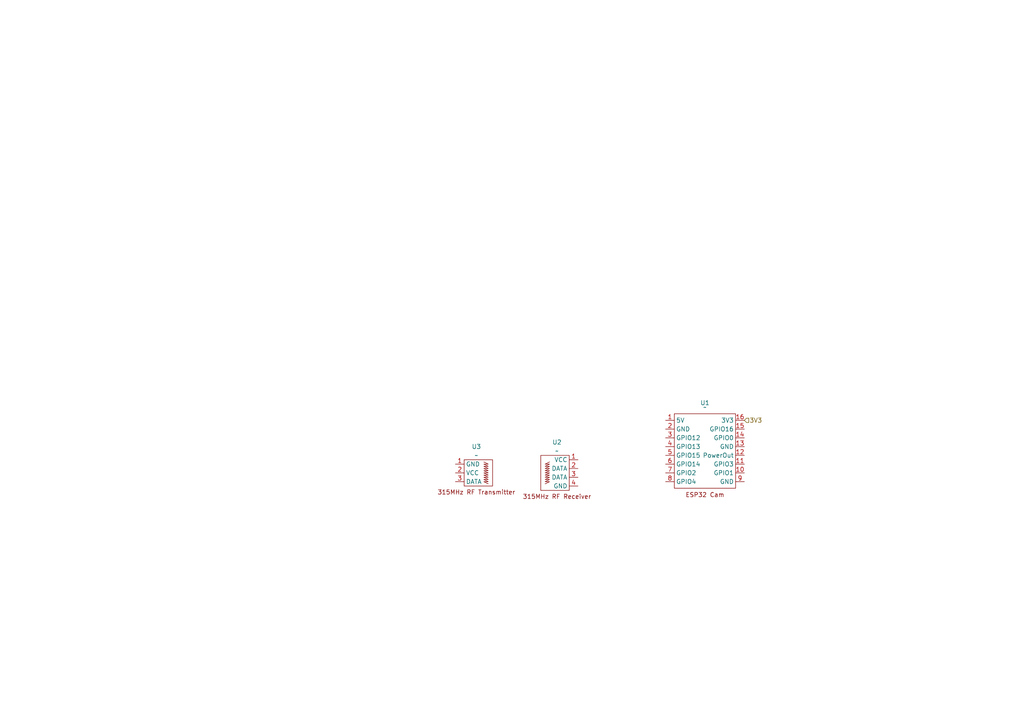
<source format=kicad_sch>
(kicad_sch (version 20231120) (generator "eeschema") (generator_version "8.0")
  (paper "A4")
  (lib_symbols
    (symbol "EEE4113F:315MHz-RF-Receiver"
      (property "Reference" "U" (at 0 6.096 0))
      (symbol "315MHz-RF-Receiver_0_1"
        (rectangle (start -4.445 5.08) (end 3.81 -5.08))
        (polyline (pts (xy -3.175 -3.175) (xy -1.905 -2.54) (xy -3.175 -2.54) (xy -1.905 -1.905) (xy -3.175 -1.905) (xy -1.905 -1.27) (xy -3.175 -1.27) (xy -1.905 -0.635) (xy -3.175 -0.635) (xy -1.905 0) (xy -3.175 0) (xy -1.905 0.635) (xy -3.175 0.635) (xy -1.905 1.27) (xy -3.175 1.27) (xy -1.905 1.905) (xy -3.175 1.905) (xy -1.905 2.54) (xy -3.175 2.54) (xy -1.905 3.175)))
      )
      (symbol "315MHz-RF-Receiver_1_1"
        (text "315MHz RF Receiver" (at 0.254 -6.858 0) (effects (font (size 1.27 1.27))))
        (pin power_in line (at 6.35 3.81 180) (length 2.54) (name "VCC") (number "1"))
        (pin output line (at 6.35 1.27 180) (length 2.54) (name "DATA") (number "2"))
        (pin output line (at 6.35 -1.27 180) (length 2.54) (name "DATA") (number "3"))
        (pin power_in line (at 6.35 -3.81 180) (length 2.54) (name "GND") (number "4"))
      )
    )
    (symbol "EEE4113F:315MHz-RF-Transmitter"
      (property "Reference" "U" (at 0 4.826 0))
      (symbol "315MHz-RF-Transmitter_0_1"
        (polyline (pts (xy -3.175 -3.175) (xy -1.905 -2.54) (xy -3.175 -2.54) (xy -1.905 -1.905) (xy -3.175 -1.905) (xy -1.905 -1.27) (xy -3.175 -1.27) (xy -1.905 -0.635) (xy -3.175 -0.635) (xy -1.905 0) (xy -3.175 0) (xy -1.905 0.635) (xy -3.175 0.635) (xy -1.905 1.27) (xy -3.175 1.27) (xy -1.905 1.905) (xy -3.175 1.905) (xy -1.905 2.54) (xy -3.175 2.54) (xy -1.905 3.175)))
        (rectangle (start 3.81 -3.81) (end -4.445 3.81))
      )
      (symbol "315MHz-RF-Transmitter_1_1"
        (text "315MHz RF Transmitter" (at 0.254 -5.588 0) (effects (font (size 1.27 1.27))))
        (pin power_in line (at 6.35 2.54 180) (length 2.54) (name "GND") (number "1"))
        (pin power_in line (at 6.35 0 180) (length 2.54) (name "VCC") (number "2"))
        (pin input line (at 6.35 -2.54 180) (length 2.54) (name "DATA") (number "3"))
      )
    )
    (symbol "EEE4113F:ESP32-Cam"
      (property "Reference" "U" (at 0 11.938 0))
      (symbol "ESP32-Cam_0_1"
        (rectangle (start -8.89 10.795) (end 8.89 -10.795))
      )
      (symbol "ESP32-Cam_1_1"
        (text "ESP32 Cam" (at 0 -12.7 0) (effects (font (size 1.27 1.27))))
        (pin power_in line (at -11.43 8.89 0) (length 2.54) (name "5V") (number "1"))
        (pin bidirectional line (at 11.43 -6.35 180) (length 2.54) (name "GPIO1") (number "10"))
        (pin bidirectional line (at 11.43 -3.81 180) (length 2.54) (name "GPIO3") (number "11"))
        (pin power_out line (at 11.43 -1.27 180) (length 2.54) (name "PowerOut") (number "12"))
        (pin power_in line (at 11.43 1.27 180) (length 2.54) (name "GND") (number "13"))
        (pin bidirectional line (at 11.43 3.81 180) (length 2.54) (name "GPIO0") (number "14"))
        (pin bidirectional line (at 11.43 6.35 180) (length 2.54) (name "GPIO16") (number "15"))
        (pin power_in line (at 11.43 8.89 180) (length 2.54) (name "3V3") (number "16"))
        (pin power_in line (at -11.43 6.35 0) (length 2.54) (name "GND") (number "2"))
        (pin bidirectional line (at -11.43 3.81 0) (length 2.54) (name "GPIO12") (number "3"))
        (pin bidirectional line (at -11.43 1.27 0) (length 2.54) (name "GPIO13") (number "4"))
        (pin bidirectional line (at -11.43 -1.27 0) (length 2.54) (name "GPIO15") (number "5"))
        (pin bidirectional line (at -11.43 -3.81 0) (length 2.54) (name "GPIO14") (number "6"))
        (pin bidirectional line (at -11.43 -6.35 0) (length 2.54) (name "GPIO2") (number "7"))
        (pin bidirectional line (at -11.43 -8.89 0) (length 2.54) (name "GPIO4") (number "8"))
        (pin power_in line (at 11.43 -8.89 180) (length 2.54) (name "GND") (number "9"))
      )
    )
  )
  (hierarchical_label "3V3" (shape input) (at 215.9 121.92 0))
  (symbol (lib_id "EEE4113F:ESP32-Cam") (at 204.47 130.81 0) (unit 1)
    (property "Reference" "U1" (at 204.47 116.84 0))
    (property "Value" "~" (at 204.47 118.11 0))
  )
  (symbol (lib_id "EEE4113F:315MHz-RF-Transmitter") (at 138.43 137.16 0) (mirror y) (unit 1)
    (property "Reference" "U3" (at 138.176 129.54 0))
    (property "Value" "~" (at 138.176 132.08 0))
  )
  (symbol (lib_id "EEE4113F:315MHz-RF-Receiver") (at 161.29 137.16 0) (unit 1)
    (property "Reference" "U2" (at 161.544 128.27 0))
    (property "Value" "~" (at 161.544 130.81 0))
  )
)
</source>
